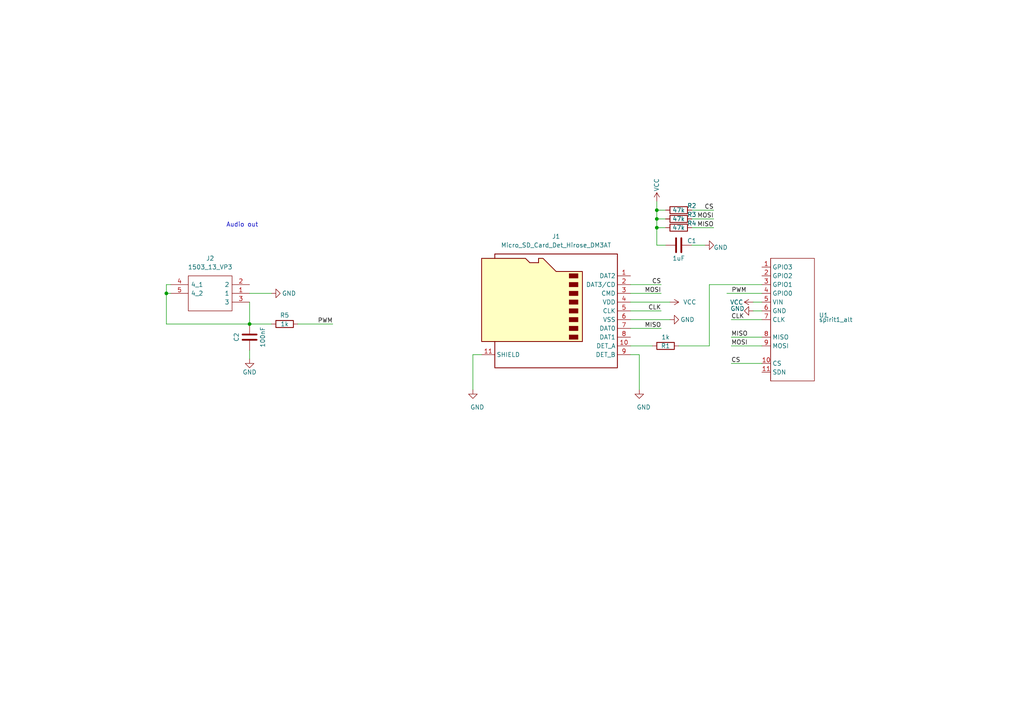
<source format=kicad_sch>
(kicad_sch (version 20200618) (host eeschema "5.99.0-unknown-1463dd1~101~ubuntu20.04.1")
  (page 1 1)
  (paper "A4")
  (lib_symbols
    (symbol "1503_13_VP3:1503_13_VP3" (pin_names (offset 0.762))
      (property "Reference" "J" (at 19.05 7.62 0))
      (property "Value" "1503_13_VP3" (at 19.05 5.08 0))
      (symbol "1503_13_VP3_0_1"
        (polyline (pts (xy 5.08 2.54) (xy 17.78 2.54) (xy 17.78 -7.62) (xy 5.08 -7.62) (xy 5.08 2.54)) (stroke (width 0.1524)))
      )
      (symbol "1503_13_VP3_0_0"
        (pin passive line (at 22.86 -2.54 180) (length 5.08) (name "1") (number "1"))
        (pin passive line (at 22.86 0 180) (length 5.08) (name "2") (number "2"))
        (pin passive line (at 22.86 -5.08 180) (length 5.08) (name "3") (number "3"))
        (pin passive line (at 0 0 0) (length 5.08) (name "4_1") (number "4"))
        (pin passive line (at 0 -2.54 0) (length 5.08) (name "4_2") (number "5"))
      )
    )
    (symbol "CoreCard-rescue:C-Device" (pin_numbers hide) (pin_names (offset 0.254))
      (property "Reference" "C" (at 0.635 2.54 0))
      (property "Value" "C-Device" (at 0.635 -2.54 0))
      (symbol "C-Device_0_1"
        (polyline (pts (xy -2.032 -0.762) (xy 2.032 -0.762)) (stroke (width 0.508)))
        (polyline (pts (xy -2.032 0.762) (xy 2.032 0.762)) (stroke (width 0.508)))
      )
      (symbol "C-Device_1_1"
        (pin passive line (at 0 3.81 270) (length 2.794) (name "~") (number "1"))
        (pin passive line (at 0 -3.81 90) (length 2.794) (name "~") (number "2"))
      )
    )
    (symbol "CoreCard-rescue:GND-power" (power) (pin_names (offset 0))
      (property "Value" "GND-power" (at 0 -3.81 0))
      (symbol "GND-power_0_1"
        (polyline (pts (xy 0 0) (xy 0 -1.27) (xy 1.27 -1.27) (xy 0 -2.54) (xy -1.27 -1.27) (xy 0 -1.27)))
      )
      (symbol "GND-power_1_1"
        (pin power_in line (at 0 0 270) (length 0) hide (name "GND") (number "1"))
      )
    )
    (symbol "CoreCard-rescue:Micro_SD_Card_Det_Hirose_DM3AT-Connector"
      (property "Reference" "J" (at -16.51 17.78 0))
      (property "Value" "Micro_SD_Card_Det_Hirose_DM3AT-Connector" (at 16.51 17.78 0))
      (symbol "Micro_SD_Card_Det_Hirose_DM3AT-Connector_0_1"
        (rectangle (start -7.62 -6.985) (end -5.08 -8.255) (fill (type outline)))
        (rectangle (start -7.62 -4.445) (end -5.08 -5.715) (fill (type outline)))
        (rectangle (start -7.62 -1.905) (end -5.08 -3.175) (fill (type outline)))
        (rectangle (start -7.62 0.635) (end -5.08 -0.635) (fill (type outline)))
        (rectangle (start -7.62 3.175) (end -5.08 1.905) (fill (type outline)))
        (rectangle (start -7.62 5.715) (end -5.08 4.445) (fill (type outline)))
        (rectangle (start -7.62 8.255) (end -5.08 6.985) (fill (type outline)))
        (rectangle (start -7.62 10.795) (end -5.08 9.525) (fill (type outline)))
        (polyline (pts (xy 16.51 15.24) (xy 16.51 16.51) (xy -19.05 16.51) (xy -19.05 -16.51) (xy 16.51 -16.51) (xy 16.51 -8.89)) (stroke (width 0.254)))
        (polyline (pts (xy -8.89 -8.89) (xy -8.89 11.43) (xy -1.27 11.43) (xy 2.54 15.24) (xy 3.81 15.24) (xy 3.81 13.97) (xy 6.35 13.97) (xy 7.62 15.24) (xy 20.32 15.24) (xy 20.32 -8.89) (xy -8.89 -8.89)) (stroke (width 0.254)) (fill (type background)))
      )
      (symbol "Micro_SD_Card_Det_Hirose_DM3AT-Connector_1_1"
        (pin bidirectional line (at -22.86 10.16 0) (length 3.81) (name "DAT2") (number "1"))
        (pin passive line (at -22.86 -10.16 0) (length 3.81) (name "DET_A") (number "10"))
        (pin passive line (at 20.32 -12.7 180) (length 3.81) (name "SHIELD") (number "11"))
        (pin bidirectional line (at -22.86 7.62 0) (length 3.81) (name "DAT3/CD") (number "2"))
        (pin input line (at -22.86 5.08 0) (length 3.81) (name "CMD") (number "3"))
        (pin power_in line (at -22.86 2.54 0) (length 3.81) (name "VDD") (number "4"))
        (pin input line (at -22.86 0 0) (length 3.81) (name "CLK") (number "5"))
        (pin power_in line (at -22.86 -2.54 0) (length 3.81) (name "VSS") (number "6"))
        (pin bidirectional line (at -22.86 -5.08 0) (length 3.81) (name "DAT0") (number "7"))
        (pin bidirectional line (at -22.86 -7.62 0) (length 3.81) (name "DAT1") (number "8"))
        (pin passive line (at -22.86 -12.7 0) (length 3.81) (name "DET_B") (number "9"))
      )
    )
    (symbol "CoreCard-rescue:R-Device" (pin_numbers hide) (pin_names (offset 0))
      (property "Reference" "R" (at 2.032 0 90))
      (property "Value" "R-Device" (at 0 0 90))
      (symbol "R-Device_0_1"
        (rectangle (start -1.016 -2.54) (end 1.016 2.54) (stroke (width 0.254)))
      )
      (symbol "R-Device_1_1"
        (pin passive line (at 0 3.81 270) (length 1.27) (name "~") (number "1"))
        (pin passive line (at 0 -3.81 90) (length 1.27) (name "~") (number "2"))
      )
    )
    (symbol "CoreCard-rescue:VCC-power" (power) (pin_names (offset 0))
      (property "Value" "VCC-power" (at 0 3.81 0))
      (symbol "VCC-power_0_1"
        (polyline (pts (xy -0.762 1.27) (xy 0 2.54)))
        (polyline (pts (xy 0 0) (xy 0 2.54)))
        (polyline (pts (xy 0 2.54) (xy 0.762 1.27)))
      )
      (symbol "VCC-power_1_1"
        (pin power_in line (at 0 0 90) (length 0) hide (name "VCC") (number "1"))
      )
    )
    (symbol "CoreCard-rescue:spirit1_alt-hubmartin"
      (property "Reference" "U" (at 0 30.48 0))
      (property "Value" "spirit1_alt-hubmartin" (at 0 -10.16 0))
      (symbol "spirit1_alt-hubmartin_0_1"
        (rectangle (start 0 27.94) (end 0 -7.62) (stroke (width 0.1524)))
        (rectangle (start 12.7 -7.62) (end 0 27.94) (stroke (width 0.1524)))
      )
      (symbol "spirit1_alt-hubmartin_1_1"
        (pin passive line (at -2.54 25.4 0) (length 2.54) (name "GPIO3") (number "1"))
        (pin passive line (at -2.54 -2.54 0) (length 2.54) (name "CS") (number "10"))
        (pin passive line (at -2.54 -5.08 0) (length 2.54) (name "SDN") (number "11"))
        (pin passive line (at -2.54 22.86 0) (length 2.54) (name "GPIO2") (number "2"))
        (pin passive line (at -2.54 20.32 0) (length 2.54) (name "GPIO1") (number "3"))
        (pin passive line (at -2.54 17.78 0) (length 2.54) (name "GPIO0") (number "4"))
        (pin passive line (at -2.54 15.24 0) (length 2.54) (name "VIN") (number "5"))
        (pin passive line (at -2.54 12.7 0) (length 2.54) (name "GND") (number "6"))
        (pin passive line (at -2.54 10.16 0) (length 2.54) (name "CLK") (number "7"))
        (pin passive line (at -2.54 5.08 0) (length 2.54) (name "MISO") (number "8"))
        (pin passive line (at -2.54 2.54 0) (length 2.54) (name "MOSI") (number "9"))
      )
    )
  )
  (junction (at 48.26 85.09))
  (junction (at 72.39 93.98))
  (junction (at 190.5 60.96))
  (junction (at 190.5 63.5))
  (junction (at 190.5 66.04))
  (wire (pts (xy 48.26 82.55) (xy 48.26 85.09)))
  (wire (pts (xy 48.26 85.09) (xy 48.26 93.98)))
  (wire (pts (xy 48.26 85.09) (xy 49.53 85.09)))
  (wire (pts (xy 49.53 82.55) (xy 48.26 82.55)))
  (wire (pts (xy 72.39 85.09) (xy 78.74 85.09)))
  (wire (pts (xy 72.39 87.63) (xy 72.39 93.98)))
  (wire (pts (xy 72.39 93.98) (xy 48.26 93.98)))
  (wire (pts (xy 72.39 93.98) (xy 78.74 93.98)))
  (wire (pts (xy 72.39 101.6) (xy 72.39 104.14)))
  (wire (pts (xy 86.36 93.98) (xy 96.52 93.98)))
  (wire (pts (xy 137.16 102.87) (xy 137.16 113.03)))
  (wire (pts (xy 139.7 102.87) (xy 137.16 102.87)))
  (wire (pts (xy 182.88 82.55) (xy 191.77 82.55)))
  (wire (pts (xy 182.88 85.09) (xy 191.77 85.09)))
  (wire (pts (xy 182.88 90.17) (xy 191.77 90.17)))
  (wire (pts (xy 182.88 92.71) (xy 194.31 92.71)))
  (wire (pts (xy 182.88 95.25) (xy 191.77 95.25)))
  (wire (pts (xy 182.88 100.33) (xy 189.23 100.33)))
  (wire (pts (xy 182.88 102.87) (xy 185.42 102.87)))
  (wire (pts (xy 185.42 102.87) (xy 185.42 113.03)))
  (wire (pts (xy 190.5 58.42) (xy 190.5 60.96)))
  (wire (pts (xy 190.5 60.96) (xy 190.5 63.5)))
  (wire (pts (xy 190.5 60.96) (xy 193.04 60.96)))
  (wire (pts (xy 190.5 63.5) (xy 190.5 66.04)))
  (wire (pts (xy 190.5 63.5) (xy 193.04 63.5)))
  (wire (pts (xy 190.5 66.04) (xy 190.5 71.12)))
  (wire (pts (xy 190.5 66.04) (xy 193.04 66.04)))
  (wire (pts (xy 190.5 71.12) (xy 193.04 71.12)))
  (wire (pts (xy 194.31 87.63) (xy 182.88 87.63)))
  (wire (pts (xy 196.85 100.33) (xy 205.74 100.33)))
  (wire (pts (xy 200.66 60.96) (xy 207.01 60.96)))
  (wire (pts (xy 200.66 63.5) (xy 207.01 63.5)))
  (wire (pts (xy 200.66 66.04) (xy 207.01 66.04)))
  (wire (pts (xy 200.66 71.12) (xy 204.47 71.12)))
  (wire (pts (xy 205.74 82.55) (xy 205.74 100.33)))
  (wire (pts (xy 205.74 82.55) (xy 220.98 82.55)))
  (wire (pts (xy 210.82 85.09) (xy 220.98 85.09)))
  (wire (pts (xy 212.09 92.71) (xy 220.98 92.71)))
  (wire (pts (xy 212.09 97.79) (xy 220.98 97.79)))
  (wire (pts (xy 212.09 100.33) (xy 220.98 100.33)))
  (wire (pts (xy 212.09 105.41) (xy 220.98 105.41)))
  (wire (pts (xy 218.44 87.63) (xy 220.98 87.63)))
  (wire (pts (xy 218.44 90.17) (xy 220.98 90.17)))
  (text "Audio out" (at 74.93 66.04 180) (effects (font (size 1.27 1.27)) (justify right bottom)))
  (label "PWM" (at 96.52 93.98 180))
  (label "CS" (at 191.77 82.55 180))
  (label "MOSI" (at 191.77 85.09 180))
  (label "CLK" (at 191.77 90.17 180))
  (label "MISO" (at 191.77 95.25 180))
  (label "CS" (at 207.01 60.96 180))
  (label "MOSI" (at 207.01 63.5 180))
  (label "MISO" (at 207.01 66.04 180))
  (label "CLK" (at 212.09 92.71 0))
  (label "MISO" (at 212.09 97.79 0))
  (label "MOSI" (at 212.09 100.33 0))
  (label "CS" (at 212.09 105.41 0))
  (label "PWM" (at 216.535 85.09 180))
  (symbol (lib_id "CoreCard-rescue:VCC-power") (at 190.5 58.42 0) (unit 1)
    (property "Reference" "#PWR0103" (effects hide))
    (property "Value" "VCC" (at 190.4492 55.5498 90) (effects (justify left)))
  )
  (symbol (lib_id "CoreCard-rescue:VCC-power") (at 194.31 87.63 270) (unit 1)
    (property "Reference" "#PWR0101" (effects hide))
    (property "Value" "VCC" (at 198.12 87.63 90) (effects (justify left)))
  )
  (symbol (lib_id "CoreCard-rescue:VCC-power") (at 218.44 87.63 90) (unit 1)
    (property "Reference" "#PWR0102" (effects hide))
    (property "Value" "VCC" (at 215.5698 87.6808 90) (effects (justify left)))
  )
  (symbol (lib_id "CoreCard-rescue:GND-power") (at 72.39 104.14 0) (unit 1)
    (property "Reference" "#PWR0109" (effects hide))
    (property "Value" "GND" (at 72.39 107.95 0))
  )
  (symbol (lib_id "CoreCard-rescue:GND-power") (at 78.74 85.09 90) (unit 1)
    (property "Reference" "#PWR0110" (effects hide))
    (property "Value" "GND" (at 83.82 85.09 90))
  )
  (symbol (lib_id "CoreCard-rescue:GND-power") (at 137.16 113.03 0) (unit 1)
    (property "Reference" "#PWR0108" (effects hide))
    (property "Value" "GND" (at 138.43 118.11 0))
  )
  (symbol (lib_id "CoreCard-rescue:GND-power") (at 185.42 113.03 0) (unit 1)
    (property "Reference" "#PWR0104" (effects hide))
    (property "Value" "GND" (at 186.69 118.11 0))
  )
  (symbol (lib_id "CoreCard-rescue:GND-power") (at 194.31 92.71 90) (unit 1)
    (property "Reference" "#PWR0105" (effects hide))
    (property "Value" "GND" (at 199.39 92.71 90))
  )
  (symbol (lib_id "CoreCard-rescue:GND-power") (at 204.47 71.12 90) (unit 1)
    (property "Reference" "#PWR0107" (effects hide))
    (property "Value" "GND" (at 209.0166 71.7804 90))
  )
  (symbol (lib_id "CoreCard-rescue:GND-power") (at 218.44 90.17 270) (unit 1)
    (property "Reference" "#PWR0106" (effects hide))
    (property "Value" "GND" (at 213.8934 89.5096 90))
  )
  (symbol (lib_id "CoreCard-rescue:R-Device") (at 82.55 93.98 270) (unit 1)
    (property "Reference" "R5" (at 82.55 91.44 90))
    (property "Value" "1k" (at 82.55 93.98 90))
    (property "Footprint" "Resistor_SMD:R_0603_1608Metric_Pad1.05x0.95mm_HandSolder" (effects hide))
  )
  (symbol (lib_id "CoreCard-rescue:R-Device") (at 193.04 100.33 270) (unit 1)
    (property "Reference" "R1" (at 193.04 100.33 90))
    (property "Value" "1k" (at 193.04 97.79 90))
    (property "Footprint" "Resistor_SMD:R_0603_1608Metric_Pad1.05x0.95mm_HandSolder" (effects hide))
  )
  (symbol (lib_id "CoreCard-rescue:R-Device") (at 196.85 60.96 270) (unit 1)
    (property "Reference" "R2" (at 200.66 59.69 90))
    (property "Value" "47k" (at 196.85 60.96 90))
    (property "Footprint" "Resistor_SMD:R_0603_1608Metric_Pad1.05x0.95mm_HandSolder" (effects hide))
  )
  (symbol (lib_id "CoreCard-rescue:R-Device") (at 196.85 63.5 270) (unit 1)
    (property "Reference" "R3" (at 200.66 62.23 90))
    (property "Value" "47k" (at 196.85 63.5 90))
    (property "Footprint" "Resistor_SMD:R_0603_1608Metric_Pad1.05x0.95mm_HandSolder" (effects hide))
  )
  (symbol (lib_id "CoreCard-rescue:R-Device") (at 196.85 66.04 270) (unit 1)
    (property "Reference" "R4" (at 200.66 64.77 90))
    (property "Value" "47k" (at 196.85 66.04 90))
    (property "Footprint" "Resistor_SMD:R_0603_1608Metric_Pad1.05x0.95mm_HandSolder" (effects hide))
  )
  (symbol (lib_id "CoreCard-rescue:C-Device") (at 72.39 97.79 180) (unit 1)
    (property "Reference" "C2" (at 68.58 97.79 90))
    (property "Value" "100nF" (at 76.2 97.79 90))
    (property "Footprint" "Capacitor_SMD:C_0603_1608Metric" (effects hide))
  )
  (symbol (lib_id "CoreCard-rescue:C-Device") (at 196.85 71.12 90) (unit 1)
    (property "Reference" "C1" (at 200.66 69.85 90))
    (property "Value" "1uF" (at 196.85 74.93 90))
    (property "Footprint" "Capacitor_SMD:C_0603_1608Metric" (effects hide))
  )
  (symbol (lib_id "1503_13_VP3:1503_13_VP3") (at 49.53 82.55 0) (unit 1)
    (property "Reference" "J2" (at 60.96 74.93 0))
    (property "Value" "1503_13_VP3" (at 60.96 77.47 0))
    (property "Footprint" "jack3.5:150313VP3" (effects hide))
    (property "Datasheet" "http://www.farnell.com/datasheets/2047248.pdf" (effects hide))
    (property "Description" "LUMBERG - 1503 13 VP3 - SOCKET, 3.5MM JACK, SMT, 4WAY" (effects hide))
    (property "Height" "6" (effects hide))
    (property "Manufacturer_Name" "LUMBERG" (effects hide))
    (property "Manufacturer_Part_Number" "1503 13 VP3" (effects hide))
    (property "Arrow Part Number" "1503 13 VP3" (effects hide))
    (property "Arrow Price/Stock" "https://www.arrow.com/en/products/150313vp3/lumberg" (effects hide))
  )
  (symbol (lib_id "CoreCard-rescue:spirit1_alt-hubmartin") (at 223.52 102.87 0) (unit 1)
    (property "Reference" "U1" (at 237.49 91.44 0) (effects (justify left)))
    (property "Value" "spirit1_alt" (at 237.49 92.71 0) (effects (justify left)))
    (property "Footprint" "hubmartin:spirit1_alt" (effects hide))
  )
  (symbol (lib_id "CoreCard-rescue:Micro_SD_Card_Det_Hirose_DM3AT-Connector") (at 160.02 90.17 0) (mirror y) (unit 1)
    (property "Reference" "J1" (at 161.29 68.58 0))
    (property "Value" "Micro_SD_Card_Det_Hirose_DM3AT" (at 161.29 71.12 0))
    (property "Footprint" "Connector_Card:microSD_HC_Hirose_DM3AT-SF-PEJM5" (effects hide))
    (property "Datasheet" "https://www.hirose.com/product/en/download_file/key_name/DM3/category/Catalog/doc_file_id/49662/?file_category_id=4&item_id=195&is_series=1" (effects hide))
  )
)
</source>
